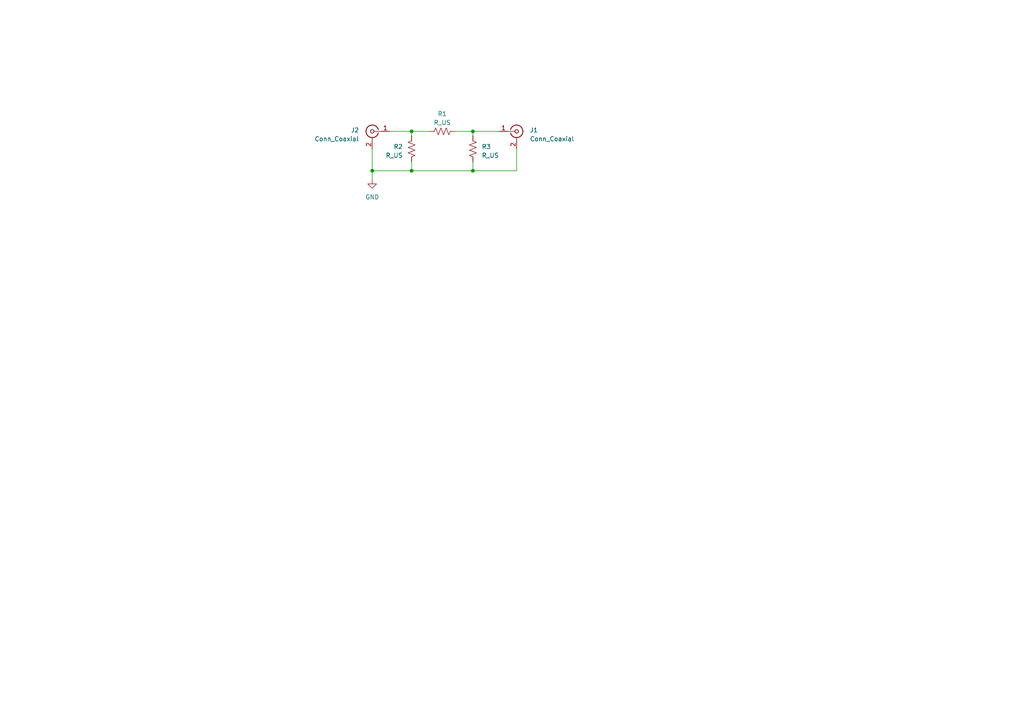
<source format=kicad_sch>
(kicad_sch (version 20230121) (generator eeschema)

  (uuid 1cf3e91c-292b-4fdb-a5fc-258bc51c85ba)

  (paper "A4")

  (lib_symbols
    (symbol "Connector:Conn_Coaxial" (pin_names (offset 1.016) hide) (in_bom yes) (on_board yes)
      (property "Reference" "J" (at 0.254 3.048 0)
        (effects (font (size 1.27 1.27)))
      )
      (property "Value" "Conn_Coaxial" (at 2.921 0 90)
        (effects (font (size 1.27 1.27)))
      )
      (property "Footprint" "" (at 0 0 0)
        (effects (font (size 1.27 1.27)) hide)
      )
      (property "Datasheet" " ~" (at 0 0 0)
        (effects (font (size 1.27 1.27)) hide)
      )
      (property "ki_keywords" "BNC SMA SMB SMC LEMO coaxial connector CINCH RCA" (at 0 0 0)
        (effects (font (size 1.27 1.27)) hide)
      )
      (property "ki_description" "coaxial connector (BNC, SMA, SMB, SMC, Cinch/RCA, LEMO, ...)" (at 0 0 0)
        (effects (font (size 1.27 1.27)) hide)
      )
      (property "ki_fp_filters" "*BNC* *SMA* *SMB* *SMC* *Cinch* *LEMO*" (at 0 0 0)
        (effects (font (size 1.27 1.27)) hide)
      )
      (symbol "Conn_Coaxial_0_1"
        (arc (start -1.778 -0.508) (mid 0.2311 -1.8066) (end 1.778 0)
          (stroke (width 0.254) (type default))
          (fill (type none))
        )
        (polyline
          (pts
            (xy -2.54 0)
            (xy -0.508 0)
          )
          (stroke (width 0) (type default))
          (fill (type none))
        )
        (polyline
          (pts
            (xy 0 -2.54)
            (xy 0 -1.778)
          )
          (stroke (width 0) (type default))
          (fill (type none))
        )
        (circle (center 0 0) (radius 0.508)
          (stroke (width 0.2032) (type default))
          (fill (type none))
        )
        (arc (start 1.778 0) (mid 0.2099 1.8101) (end -1.778 0.508)
          (stroke (width 0.254) (type default))
          (fill (type none))
        )
      )
      (symbol "Conn_Coaxial_1_1"
        (pin passive line (at -5.08 0 0) (length 2.54)
          (name "In" (effects (font (size 1.27 1.27))))
          (number "1" (effects (font (size 1.27 1.27))))
        )
        (pin passive line (at 0 -5.08 90) (length 2.54)
          (name "Ext" (effects (font (size 1.27 1.27))))
          (number "2" (effects (font (size 1.27 1.27))))
        )
      )
    )
    (symbol "Device:R_US" (pin_numbers hide) (pin_names (offset 0)) (in_bom yes) (on_board yes)
      (property "Reference" "R" (at 2.54 0 90)
        (effects (font (size 1.27 1.27)))
      )
      (property "Value" "R_US" (at -2.54 0 90)
        (effects (font (size 1.27 1.27)))
      )
      (property "Footprint" "" (at 1.016 -0.254 90)
        (effects (font (size 1.27 1.27)) hide)
      )
      (property "Datasheet" "~" (at 0 0 0)
        (effects (font (size 1.27 1.27)) hide)
      )
      (property "ki_keywords" "R res resistor" (at 0 0 0)
        (effects (font (size 1.27 1.27)) hide)
      )
      (property "ki_description" "Resistor, US symbol" (at 0 0 0)
        (effects (font (size 1.27 1.27)) hide)
      )
      (property "ki_fp_filters" "R_*" (at 0 0 0)
        (effects (font (size 1.27 1.27)) hide)
      )
      (symbol "R_US_0_1"
        (polyline
          (pts
            (xy 0 -2.286)
            (xy 0 -2.54)
          )
          (stroke (width 0) (type default))
          (fill (type none))
        )
        (polyline
          (pts
            (xy 0 2.286)
            (xy 0 2.54)
          )
          (stroke (width 0) (type default))
          (fill (type none))
        )
        (polyline
          (pts
            (xy 0 -0.762)
            (xy 1.016 -1.143)
            (xy 0 -1.524)
            (xy -1.016 -1.905)
            (xy 0 -2.286)
          )
          (stroke (width 0) (type default))
          (fill (type none))
        )
        (polyline
          (pts
            (xy 0 0.762)
            (xy 1.016 0.381)
            (xy 0 0)
            (xy -1.016 -0.381)
            (xy 0 -0.762)
          )
          (stroke (width 0) (type default))
          (fill (type none))
        )
        (polyline
          (pts
            (xy 0 2.286)
            (xy 1.016 1.905)
            (xy 0 1.524)
            (xy -1.016 1.143)
            (xy 0 0.762)
          )
          (stroke (width 0) (type default))
          (fill (type none))
        )
      )
      (symbol "R_US_1_1"
        (pin passive line (at 0 3.81 270) (length 1.27)
          (name "~" (effects (font (size 1.27 1.27))))
          (number "1" (effects (font (size 1.27 1.27))))
        )
        (pin passive line (at 0 -3.81 90) (length 1.27)
          (name "~" (effects (font (size 1.27 1.27))))
          (number "2" (effects (font (size 1.27 1.27))))
        )
      )
    )
    (symbol "power:GND" (power) (pin_names (offset 0)) (in_bom yes) (on_board yes)
      (property "Reference" "#PWR" (at 0 -6.35 0)
        (effects (font (size 1.27 1.27)) hide)
      )
      (property "Value" "GND" (at 0 -3.81 0)
        (effects (font (size 1.27 1.27)))
      )
      (property "Footprint" "" (at 0 0 0)
        (effects (font (size 1.27 1.27)) hide)
      )
      (property "Datasheet" "" (at 0 0 0)
        (effects (font (size 1.27 1.27)) hide)
      )
      (property "ki_keywords" "global power" (at 0 0 0)
        (effects (font (size 1.27 1.27)) hide)
      )
      (property "ki_description" "Power symbol creates a global label with name \"GND\" , ground" (at 0 0 0)
        (effects (font (size 1.27 1.27)) hide)
      )
      (symbol "GND_0_1"
        (polyline
          (pts
            (xy 0 0)
            (xy 0 -1.27)
            (xy 1.27 -1.27)
            (xy 0 -2.54)
            (xy -1.27 -1.27)
            (xy 0 -1.27)
          )
          (stroke (width 0) (type default))
          (fill (type none))
        )
      )
      (symbol "GND_1_1"
        (pin power_in line (at 0 0 270) (length 0) hide
          (name "GND" (effects (font (size 1.27 1.27))))
          (number "1" (effects (font (size 1.27 1.27))))
        )
      )
    )
  )

  (junction (at 119.38 38.1) (diameter 0) (color 0 0 0 0)
    (uuid 66b6bbab-32c6-483d-bf66-14c3930da72a)
  )
  (junction (at 119.38 49.53) (diameter 0) (color 0 0 0 0)
    (uuid 6d096486-7e25-49cf-bc30-04876cfc2598)
  )
  (junction (at 137.16 38.1) (diameter 0) (color 0 0 0 0)
    (uuid ba58bcbe-ae06-47d2-a7ee-7e64efae3b37)
  )
  (junction (at 107.95 49.53) (diameter 0) (color 0 0 0 0)
    (uuid c53bb5bd-971b-4e88-8818-291a78baa9e9)
  )
  (junction (at 137.16 49.53) (diameter 0) (color 0 0 0 0)
    (uuid f204e21c-cec4-45d3-8845-7bd6205bfeb0)
  )

  (wire (pts (xy 119.38 46.99) (xy 119.38 49.53))
    (stroke (width 0) (type default))
    (uuid 1f59840b-c90a-4853-9d11-b0417c533734)
  )
  (wire (pts (xy 132.08 38.1) (xy 137.16 38.1))
    (stroke (width 0) (type default))
    (uuid 37d51c48-21ae-4eb7-8074-68beed3acff8)
  )
  (wire (pts (xy 113.03 38.1) (xy 119.38 38.1))
    (stroke (width 0) (type default))
    (uuid 44d8dcd0-ba0c-4a2a-b7ad-72444f1940d6)
  )
  (wire (pts (xy 119.38 49.53) (xy 137.16 49.53))
    (stroke (width 0) (type default))
    (uuid 6649822b-69de-479e-a9ba-c8e1307a4fe1)
  )
  (wire (pts (xy 137.16 38.1) (xy 144.78 38.1))
    (stroke (width 0) (type default))
    (uuid 685d2926-7596-45ae-aab5-7a5fce695d6c)
  )
  (wire (pts (xy 149.86 49.53) (xy 149.86 43.18))
    (stroke (width 0) (type default))
    (uuid 69914a1a-0adc-4b48-b49d-252378bf0bca)
  )
  (wire (pts (xy 107.95 49.53) (xy 107.95 52.07))
    (stroke (width 0) (type default))
    (uuid 73bc7ce3-e023-4a1a-aa8f-f23d68d6eb04)
  )
  (wire (pts (xy 119.38 38.1) (xy 124.46 38.1))
    (stroke (width 0) (type default))
    (uuid 8c28fa98-c871-4aeb-86d6-53380ca0c264)
  )
  (wire (pts (xy 137.16 46.99) (xy 137.16 49.53))
    (stroke (width 0) (type default))
    (uuid 906c1bcb-7229-45b3-850d-926f5a885a32)
  )
  (wire (pts (xy 107.95 43.18) (xy 107.95 49.53))
    (stroke (width 0) (type default))
    (uuid 9498ac60-959d-4fbf-b5c1-ffe0c642c402)
  )
  (wire (pts (xy 107.95 49.53) (xy 119.38 49.53))
    (stroke (width 0) (type default))
    (uuid b5d12464-884f-432a-b59b-18263c8b58b9)
  )
  (wire (pts (xy 137.16 49.53) (xy 149.86 49.53))
    (stroke (width 0) (type default))
    (uuid b8ef7d60-fdfa-4485-81a4-d70eb7a93703)
  )
  (wire (pts (xy 119.38 38.1) (xy 119.38 39.37))
    (stroke (width 0) (type default))
    (uuid da1af4cb-50e1-4138-a14d-a0ab96db1ef4)
  )
  (wire (pts (xy 137.16 38.1) (xy 137.16 39.37))
    (stroke (width 0) (type default))
    (uuid fdb24cd2-cee6-4100-8bc0-8e391ced7b0e)
  )

  (symbol (lib_id "Connector:Conn_Coaxial") (at 107.95 38.1 0) (mirror y) (unit 1)
    (in_bom yes) (on_board yes) (dnp no)
    (uuid 2d9250c3-7d6f-4b54-8478-1b65f8b6eec9)
    (property "Reference" "J2" (at 104.14 37.7582 0)
      (effects (font (size 1.27 1.27)) (justify left))
    )
    (property "Value" "Conn_Coaxial" (at 104.14 40.2982 0)
      (effects (font (size 1.27 1.27)) (justify left))
    )
    (property "Footprint" "Custom_Connector_RF:Hirose_U.FL-R-SMT-1" (at 107.95 38.1 0)
      (effects (font (size 1.27 1.27)) hide)
    )
    (property "Datasheet" " ~" (at 107.95 38.1 0)
      (effects (font (size 1.27 1.27)) hide)
    )
    (pin "1" (uuid 4d95c6b2-57a9-4dc7-8b21-fdf343f9d096))
    (pin "2" (uuid c27e1719-0666-471a-a6c9-13065bd86ffb))
    (instances
      (project "proto_ufl_pi_board"
        (path "/1cf3e91c-292b-4fdb-a5fc-258bc51c85ba"
          (reference "J2") (unit 1)
        )
      )
    )
  )

  (symbol (lib_id "Device:R_US") (at 128.27 38.1 90) (unit 1)
    (in_bom yes) (on_board yes) (dnp no) (fields_autoplaced)
    (uuid 3dd59b62-4a6e-4446-b9f7-496cb7bbe50c)
    (property "Reference" "R1" (at 128.27 33.02 90)
      (effects (font (size 1.27 1.27)))
    )
    (property "Value" "R_US" (at 128.27 35.56 90)
      (effects (font (size 1.27 1.27)))
    )
    (property "Footprint" "Resistor_SMD:R_0603_1608Metric" (at 128.524 37.084 90)
      (effects (font (size 1.27 1.27)) hide)
    )
    (property "Datasheet" "~" (at 128.27 38.1 0)
      (effects (font (size 1.27 1.27)) hide)
    )
    (pin "1" (uuid f06e03a8-a311-4023-8982-9deab4085602))
    (pin "2" (uuid 7293170c-b8ba-4ce2-982a-8a9c46d17b3c))
    (instances
      (project "proto_ufl_pi_board"
        (path "/1cf3e91c-292b-4fdb-a5fc-258bc51c85ba"
          (reference "R1") (unit 1)
        )
      )
    )
  )

  (symbol (lib_id "Connector:Conn_Coaxial") (at 149.86 38.1 0) (unit 1)
    (in_bom yes) (on_board yes) (dnp no) (fields_autoplaced)
    (uuid a1efea9f-fd81-4a65-bcac-346813f95fb6)
    (property "Reference" "J1" (at 153.67 37.7582 0)
      (effects (font (size 1.27 1.27)) (justify left))
    )
    (property "Value" "Conn_Coaxial" (at 153.67 40.2982 0)
      (effects (font (size 1.27 1.27)) (justify left))
    )
    (property "Footprint" "Custom_Connector_RF:Hirose_U.FL-R-SMT-1" (at 149.86 38.1 0)
      (effects (font (size 1.27 1.27)) hide)
    )
    (property "Datasheet" " ~" (at 149.86 38.1 0)
      (effects (font (size 1.27 1.27)) hide)
    )
    (pin "1" (uuid dcda5bba-f065-4331-bd94-40f9944d2b9f))
    (pin "2" (uuid f3a11d52-3be5-4041-b26b-c31d97feebfe))
    (instances
      (project "proto_ufl_pi_board"
        (path "/1cf3e91c-292b-4fdb-a5fc-258bc51c85ba"
          (reference "J1") (unit 1)
        )
      )
    )
  )

  (symbol (lib_id "Device:R_US") (at 119.38 43.18 0) (mirror x) (unit 1)
    (in_bom yes) (on_board yes) (dnp no)
    (uuid d716e3b5-d88d-4b52-b648-c7511df8d646)
    (property "Reference" "R2" (at 116.84 42.545 0)
      (effects (font (size 1.27 1.27)) (justify right))
    )
    (property "Value" "R_US" (at 116.84 45.085 0)
      (effects (font (size 1.27 1.27)) (justify right))
    )
    (property "Footprint" "Resistor_SMD:R_0603_1608Metric" (at 120.396 42.926 90)
      (effects (font (size 1.27 1.27)) hide)
    )
    (property "Datasheet" "~" (at 119.38 43.18 0)
      (effects (font (size 1.27 1.27)) hide)
    )
    (pin "1" (uuid 3840b80d-4b87-40c6-a67f-b8156b7aa2e8))
    (pin "2" (uuid e3e5963f-b78c-4452-a1e5-0b2416901107))
    (instances
      (project "proto_ufl_pi_board"
        (path "/1cf3e91c-292b-4fdb-a5fc-258bc51c85ba"
          (reference "R2") (unit 1)
        )
      )
    )
  )

  (symbol (lib_id "Device:R_US") (at 137.16 43.18 180) (unit 1)
    (in_bom yes) (on_board yes) (dnp no) (fields_autoplaced)
    (uuid e79f35b1-1a6c-4ee1-b613-4575899b3534)
    (property "Reference" "R3" (at 139.7 42.545 0)
      (effects (font (size 1.27 1.27)) (justify right))
    )
    (property "Value" "R_US" (at 139.7 45.085 0)
      (effects (font (size 1.27 1.27)) (justify right))
    )
    (property "Footprint" "Resistor_SMD:R_0603_1608Metric" (at 136.144 42.926 90)
      (effects (font (size 1.27 1.27)) hide)
    )
    (property "Datasheet" "~" (at 137.16 43.18 0)
      (effects (font (size 1.27 1.27)) hide)
    )
    (pin "1" (uuid cef5b9c5-9ac1-4f75-bd5f-0eede62969f8))
    (pin "2" (uuid d863cac3-4c21-411f-a9e8-a4b39aef79f0))
    (instances
      (project "proto_ufl_pi_board"
        (path "/1cf3e91c-292b-4fdb-a5fc-258bc51c85ba"
          (reference "R3") (unit 1)
        )
      )
    )
  )

  (symbol (lib_id "power:GND") (at 107.95 52.07 0) (unit 1)
    (in_bom yes) (on_board yes) (dnp no) (fields_autoplaced)
    (uuid ff78a0df-a4b4-4be6-b1b9-6dd767a2c4c2)
    (property "Reference" "#PWR01" (at 107.95 58.42 0)
      (effects (font (size 1.27 1.27)) hide)
    )
    (property "Value" "GND" (at 107.95 57.15 0)
      (effects (font (size 1.27 1.27)))
    )
    (property "Footprint" "" (at 107.95 52.07 0)
      (effects (font (size 1.27 1.27)) hide)
    )
    (property "Datasheet" "" (at 107.95 52.07 0)
      (effects (font (size 1.27 1.27)) hide)
    )
    (pin "1" (uuid 2661556e-b52c-4ed9-a0fd-29d6e45e1971))
    (instances
      (project "proto_ufl_pi_board"
        (path "/1cf3e91c-292b-4fdb-a5fc-258bc51c85ba"
          (reference "#PWR01") (unit 1)
        )
      )
    )
  )

  (sheet_instances
    (path "/" (page "1"))
  )
)

</source>
